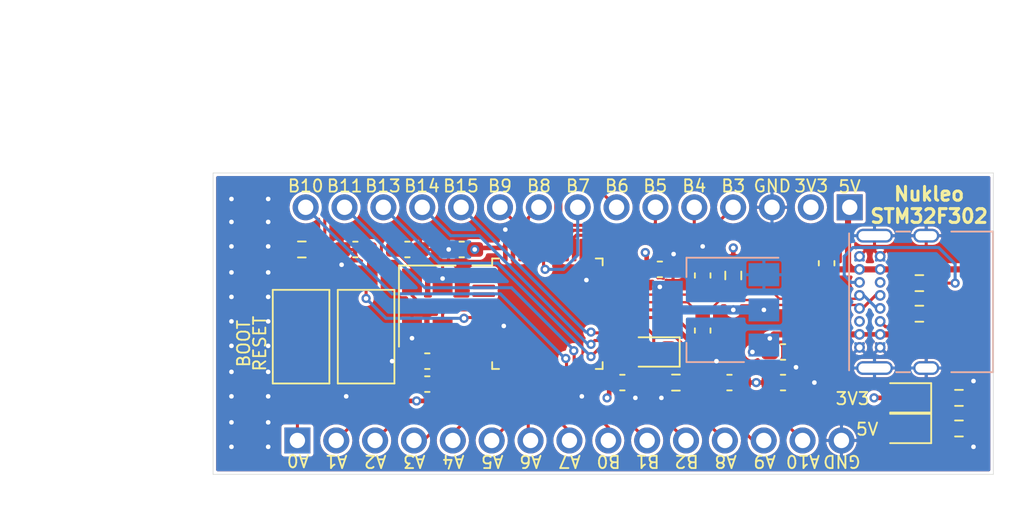
<source format=kicad_pcb>
(kicad_pcb (version 20211014) (generator pcbnew)
  (layers (0 "F.Cu" signal) (1 "In1.Cu" signal) (2 "In2.Cu" signal) (31 "B.Cu" signal) (34 "B.Paste" user) (35 "F.Paste" user) (36 "B.SilkS" user "B.Silkscreen") (37 "F.SilkS" user "F.Silkscreen") (38 "B.Mask" user) (39 "F.Mask" user) (44 "Edge.Cuts" user))
  (net 0 "")
  (net 1 "GND")
  (net 2 "Net-(C1-Pad1)")
  (net 3 "Net-(C2-Pad1)")
  (net 4 "+5V")
  (net 5 "/RST")
  (net 6 "+3V3")
  (net 7 "/USB+")
  (net 8 "/USB-")
  (net 9 "Net-(D1-Pad1)")
  (net 10 "Net-(D2-Pad1)")
  (net 11 "Net-(D3-Pad1)")
  (net 12 "Net-(D3-Pad2)")
  (net 13 "Net-(J1-PadA5)")
  (net 14 "Net-(J1-PadB5)")
  (net 15 "/PA0")
  (net 16 "/PA1")
  (net 17 "/PA2")
  (net 18 "/PA3")
  (net 19 "/PA4")
  (net 20 "/PA5")
  (net 21 "/PA6")
  (net 22 "/PA7")
  (net 23 "/PA8")
  (net 24 "/PA9")
  (net 25 "/PA10")
  (net 26 "/PA15")
  (net 27 "/SWDIO")
  (net 28 "/PB0")
  (net 29 "/PB1")
  (net 30 "/PB2")
  (net 31 "/PB3")
  (net 32 "/PB4")
  (net 33 "/PB5")
  (net 34 "/PB6")
  (net 35 "/PB7")
  (net 36 "/PB8")
  (net 37 "/PB9")
  (net 38 "/PB10")
  (net 39 "/PB11")
  (net 40 "/PB13")
  (net 41 "/PB14")
  (net 42 "/PB15")
  (net 43 "/BOOT0")
  (net 50 "/SWCLK")
  (footprint "Capacitor_SMD:C_0603_1608Metric_Pad1.08x0.95mm_HandSolder" (layer "F.Cu") (at 125.2 100.8)
    (fp_text reference "C1" hide)
    (fp_text value "18p")
  )
  (footprint "Capacitor_SMD:C_0603_1608Metric_Pad1.08x0.95mm_HandSolder" (layer "F.Cu") (at 126.5 108.1 180)
    (fp_text reference "C2" hide)
    (fp_text value "18p")
  )
  (footprint "Capacitor_SMD:C_0603_1608Metric_Pad1.08x0.95mm_HandSolder" (layer "F.Cu") (at 121.8 100.8 180)
    (fp_text reference "C4" hide)
    (fp_text value "0.1u")
  )
  (footprint "Capacitor_SMD:C_0603_1608Metric_Pad1.08x0.95mm_HandSolder" (layer "F.Cu") (at 149.75 107.5)
    (fp_text reference "C6" hide)
    (fp_text value "10u")
  )
  (footprint "Capacitor_SMD:C_0603_1608Metric_Pad1.08x0.95mm_HandSolder" (layer "F.Cu") (at 139.25 109.5)
    (fp_text reference "C7" hide)
    (fp_text value "100n")
  )
  (footprint "Capacitor_SMD:C_0603_1608Metric_Pad1.08x0.95mm_HandSolder" (layer "F.Cu") (at 149.75 109.5)
    (fp_text reference "C8" hide)
    (fp_text value "10u")
  )
  (footprint "Capacitor_SMD:C_0603_1608Metric_Pad1.08x0.95mm_HandSolder" (layer "F.Cu") (at 126.5 109.6 180)
    (fp_text reference "C9" hide)
    (fp_text value "100n")
  )
  (footprint "Capacitor_SMD:C_0603_1608Metric_Pad1.08x0.95mm_HandSolder" (layer "F.Cu") (at 141.7 102.1)
    (fp_text reference "C10" hide)
    (fp_text value "100n")
  )
  (footprint "Capacitor_SMD:C_0603_1608Metric_Pad1.08x0.95mm_HandSolder" (layer "F.Cu") (at 146.25 109.5 180)
    (fp_text reference "C11" hide)
    (fp_text value "10u")
  )
  (footprint "Capacitor_SMD:C_0603_1608Metric_Pad1.08x0.95mm_HandSolder" (layer "F.Cu") (at 128.75 100.8 180)
    (fp_text reference "C12" hide)
    (fp_text value "100n")
  )
  (footprint "Capacitor_SMD:C_0603_1608Metric_Pad1.08x0.95mm_HandSolder" (layer "F.Cu") (at 144.5 102.5 90)
    (fp_text reference "C13" hide)
    (fp_text value "47p")
  )
  (footprint "Capacitor_SMD:C_0603_1608Metric_Pad1.08x0.95mm_HandSolder" (layer "F.Cu") (at 144.5 106.1 -90)
    (fp_text reference "C14" hide)
    (fp_text value "47p")
  )
  (footprint "Capacitor_SMD:C_0603_1608Metric_Pad1.08x0.95mm_HandSolder" (layer "F.Cu") (at 152.6 101.7 90)
    (fp_text reference "C15" hide)
    (fp_text value "10u")
  )
  (footprint "LED_SMD:LED_0805_2012Metric" (layer "F.Cu") (at 157.75 110.5 180)
    (fp_text reference "D1" hide)
    (fp_text value "LED_33V")
  )
  (footprint "LED_SMD:LED_0805_2012Metric" (layer "F.Cu") (at 157.75 112.5 180)
    (fp_text reference "D2" hide)
    (fp_text value "LED_5V")
  )
  (footprint "LED_SMD:LED_0805_2012Metric" (layer "F.Cu") (at 141.3125 107.5 180)
    (fp_text reference "D3" hide)
    (fp_text value "LED_DEBUG")
  )
  (footprint "Connector_PinHeader_2.54mm:PinHeader_1x15_P2.54mm_Vertical" (layer "F.Cu") (at 118.01 113.284 90)
    (fp_text reference "J2" hide)
    (fp_text value "HEADER_PA")
  )
  (footprint "Connector_PinHeader_2.54mm:PinHeader_1x15_P2.54mm_Vertical" (layer "F.Cu") (at 154.11 98.044 -90)
    (fp_text reference "J4" hide)
    (fp_text value "HEADER_PB")
  )
  (footprint "Resistor_SMD:R_0603_1608Metric_Pad0.98x0.95mm_HandSolder" (layer "F.Cu") (at 161.25 110.5 180)
    (fp_text reference "R1" hide)
    (fp_text value "270")
  )
  (footprint "Resistor_SMD:R_0603_1608Metric_Pad0.98x0.95mm_HandSolder" (layer "F.Cu") (at 118.3 100.8)
    (fp_text reference "R2" hide)
    (fp_text value "10k")
  )
  (footprint "Resistor_SMD:R_0603_1608Metric_Pad0.98x0.95mm_HandSolder" (layer "F.Cu") (at 161.25 112.5 180)
    (fp_text reference "R3" hide)
    (fp_text value "560")
  )
  (footprint "Resistor_SMD:R_0603_1608Metric_Pad0.98x0.95mm_HandSolder" (layer "F.Cu") (at 146.5 102.5 -90)
    (fp_text reference "R4" hide)
    (fp_text value "1.5k")
  )
  (footprint "Resistor_SMD:R_0603_1608Metric_Pad0.98x0.95mm_HandSolder" (layer "F.Cu") (at 142.75 109.5)
    (fp_text reference "R8" hide)
    (fp_text value "270")
  )
  (footprint "Resistor_SMD:R_0603_1608Metric_Pad0.98x0.95mm_HandSolder" (layer "F.Cu") (at 158.6625 103 180)
    (fp_text reference "R11" hide)
    (fp_text value "5.1k")
  )
  (footprint "Resistor_SMD:R_0603_1608Metric_Pad0.98x0.95mm_HandSolder" (layer "F.Cu") (at 158.6625 105 180)
    (fp_text reference "R12" hide)
    (fp_text value "5.1k")
  )
  (footprint "Button_Switch_SMD:SW_SPST_CK_RS282G05A3" (layer "F.Cu") (at 118.25 106.5 90)
    (fp_text reference "SW1" hide)
    (fp_text value "BOOT")
  )
  (footprint "Button_Switch_SMD:SW_SPST_CK_RS282G05A3" (layer "F.Cu") (at 122.5 106.5 90)
    (fp_text reference "SW2" hide)
    (fp_text value "RST")
  )
  (footprint "Package_QFP:LQFP-48_7x7mm_P0.5mm" (layer "F.Cu") (at 134.35 105)
    (fp_text reference "U1" hide)
    (fp_text value "STM32F302C6Tx")
  )
  (footprint "Crystal:Crystal_SMD_5032-4Pin_5.0x3.2mm" (layer "F.Cu") (at 126.5 104.5 -90)
    (fp_text reference "Y1" hide)
    (fp_text value "8MHz")
  )
  (footprint "Connector_USB:USB_C_Receptacle_GCT_USB4085" (layer "B.Cu") (at 154.75 101.25 -90)
    (fp_text reference "J1" hide)
    (fp_text value "USB_C_Receptacle_USB2.0")
  )
  (footprint "Package_TO_SOT_SMD:SOT-223-3_TabPin2" (layer "B.Cu") (at 145.35 104.75 180)
    (fp_text reference "U2" hide)
    (fp_text value "NCP1117-3.3_SOT223")
  )
  (gr_line (start 163.5 95.8) (end 112.5 95.8) (layer "Edge.Cuts") (width 0.0381))
  (gr_line (start 163.5 115.5) (end 163.5 95.8) (layer "Edge.Cuts") (width 0.0381))
  (gr_line (start 112.5 95.8) (end 112.5 115.5) (layer "Edge.Cuts") (width 0.0381))
  (gr_line (start 112.5 115.5) (end 163.5 115.5) (layer "Edge.Cuts") (width 0.0381))
  (gr_text "B8" (at 133.8 96.65) (layer "F.SilkS") (effects (font (size 0.8 0.8) (thickness 0.12))))
  (gr_text "B5" (at 141.4 96.65) (layer "F.SilkS") (effects (font (size 0.8 0.8) (thickness 0.12))))
  (gr_text "5V" (at 155.25 112.55) (layer "F.SilkS") (effects (font (size 0.8 0.8) (thickness 0.12))))
  (gr_text "B11" (at 121.1 96.65) (layer "F.SilkS") (effects (font (size 0.8 0.8) (thickness 0.12))))
  (gr_text "B1" (at 140.9 114.65 180) (layer "F.SilkS") (effects (font (size 0.8 0.8) (thickness 0.12))))
  (gr_text "3V3" (at 151.6 96.65) (layer "F.SilkS") (effects (font (size 0.8 0.8) (thickness 0.12))))
  (gr_text "A7" (at 135.8 114.65 180) (layer "F.SilkS") (effects (font (size 0.8 0.8) (thickness 0.12))))
  (gr_text "B13" (at 123.6 96.65) (layer "F.SilkS") (effects (font (size 0.8 0.8) (thickness 0.12))))
  (gr_text "B10" (at 118.55 96.65) (layer "F.SilkS") (effects (font (size 0.8 0.8) (thickness 0.12))))
  (gr_text "B4" (at 143.95 96.65) (layer "F.SilkS") (effects (font (size 0.8 0.8) (thickness 0.12))))
  (gr_text "3V3" (at 154.3 110.55) (layer "F.SilkS") (effects (font (size 0.8 0.8) (thickness 0.12))))
  (gr_text "GND" (at 149.05 96.65) (layer "F.SilkS") (effects (font (size 0.8 0.8) (thickness 0.12))))
  (gr_text "B15" (at 128.7 96.65) (layer "F.SilkS") (effects (font (size 0.8 0.8) (thickness 0.12))))
  (gr_text "A8" (at 146 114.65 180) (layer "F.SilkS") (effects (font (size 0.8 0.8) (thickness 0.12))))
  (gr_text "A4" (at 128.2 114.65 180) (layer "F.SilkS") (effects (font (size 0.8 0.8) (thickness 0.12))))
  (gr_text "A3" (at 125.65 114.65 180) (layer "F.SilkS") (effects (font (size 0.8 0.8) (thickness 0.12))))
  (gr_text "A6" (at 133.25 114.65 180) (layer "F.SilkS") (effects (font (size 0.8 0.8) (thickness 0.12))))
  (gr_text "B6" (at 138.9 96.65) (layer "F.SilkS") (effects (font (size 0.8 0.8) (thickness 0.12))))
  (gr_text "RESET" (at 115.55 106.95 90) (layer "F.SilkS") (effects (font (size 0.8 0.8) (thickness 0.12))))
  (gr_text "A1" (at 120.55 114.65 180) (layer "F.SilkS") (effects (font (size 0.8 0.8) (thickness 0.12))))
  (gr_text "BOOT" (at 114.5 106.95 90) (layer "F.SilkS") (effects (font (size 0.8 0.8) (thickness 0.12))))
  (gr_text "A5" (at 130.75 114.65 180) (layer "F.SilkS") (effects (font (size 0.8 0.8) (thickness 0.12))))
  (gr_text "B2" (at 143.45 114.65 180) (layer "F.SilkS") (effects (font (size 0.8 0.8) (thickness 0.12))))
  (gr_text "Nukleo\nSTM32F302" (at 159.3 97.9) (layer "F.SilkS") (effects (font (size 0.9 0.9) (thickness 0.2))))
  (gr_text "A0" (at 118.05 114.6 180) (layer "F.SilkS") (effects (font (size 0.8 0.8) (thickness 0.12))))
  (gr_text "B0" (at 138.35 114.65 180) (layer "F.SilkS") (effects (font (size 0.8 0.8) (thickness 0.12))))
  (gr_text "B3" (at 146.5 96.65) (layer "F.SilkS") (effects (font (size 0.8 0.8) (thickness 0.12))))
  (gr_text "B7" (at 136.35 96.65) (layer "F.SilkS") (effects (font (size 0.8 0.8) (thickness 0.12))))
  (gr_text "B9" (at 131.25 96.65) (layer "F.SilkS") (effects (font (size 0.8 0.8) (thickness 0.12))))
  (gr_text "A10" (at 151.05 114.65 180) (layer "F.SilkS") (effects (font (size 0.8 0.8) (thickness 0.12))))
  (gr_text "A2" (at 123.1 114.65 180) (layer "F.SilkS") (effects (font (size 0.8 0.8) (thickness 0.12))))
  (gr_text "5V" (at 154.1 96.7) (layer "F.SilkS") (effects (font (size 0.8 0.8) (thickness 0.12))))
  (gr_text "B14" (at 126.15 96.65) (layer "F.SilkS") (effects (font (size 0.8 0.8) (thickness 0.12))))
  (gr_text "A9" (at 148.55 114.65 180) (layer "F.SilkS") (effects (font (size 0.8 0.8) (thickness 0.12))))
  (gr_text "GND" (at 153.6 114.65 180) (layer "F.SilkS") (effects (font (size 0.8 0.8) (thickness 0.12))))
  (segment (start 138.4625 102.8) (end 138.5125 102.75) (width 0.15) (layer "F.Cu") (net 1))
  (segment (start 136.9 102.8) (end 138.4625 102.8) (width 0.15) (layer "F.Cu") (net 1))
  (segment (start 131.45 105.75) (end 131.5 105.8) (width 0.15) (layer "F.Cu") (net 1))
  (segment (start 131.6 99.5) (end 132.1 100) (width 0.15) (layer "F.Cu") (net 1))
  (segment (start 155.5 100.13) (end 155.73 99.9) (width 0.3) (layer "F.Cu") (net 1))
  (segment (start 130.1875 105.75) (end 131.45 105.75) (width 0.15) (layer "F.Cu") (net 1))
  (segment (start 136.6 110.4) (end 136.6 109.1625) (width 0.15) (layer "F.Cu") (net 1))
  (segment (start 132.1 100) (end 132.1 100.8375) (width 0.15) (layer "F.Cu") (net 1))
  (via (at 116.1 97.5) (size 0.6) (drill 0.3) (layers "F.Cu" "B.Cu") (net 1))
  (via (at 131.5 105.8) (size 0.6) (drill 0.3) (layers "F.Cu" "B.Cu") (net 1))
  (via (at 124.2 108.1) (size 0.6) (drill 0.3) (layers "F.Cu" "B.Cu") (net 1))
  (via (at 162.2 109.4) (size 0.6) (drill 0.3) (layers "F.Cu" "B.Cu") (net 1))
  (via (at 127.9 100.8) (size 0.6) (drill 0.3) (layers "F.Cu" "B.Cu") (net 1))
  (via (at 116.1 102.3) (size 0.6) (drill 0.3) (layers "F.Cu" "B.Cu") (net 1))
  (via (at 113.7 108.8) (size 0.6) (drill 0.3) (layers "F.Cu" "B.Cu") (net 1))
  (via (at 136.6 110.4) (size 0.6) (drill 0.3) (layers "F.Cu" "B.Cu") (net 1))
  (via (at 131.6 99.5) (size 0.6) (drill 0.3) (layers "F.Cu" "B.Cu") (net 1))
  (via (at 116.1 103.9) (size 0.6) (drill 0.3) (layers "F.Cu" "B.Cu") (net 1))
  (via (at 141.8 110.5) (size 0.6) (drill 0.3) (layers "F.Cu" "B.Cu") (net 1))
  (via (at 120.9 101.8) (size 0.6) (drill 0.3) (layers "F.Cu" "B.Cu") (net 1))
  (via (at 113.7 99) (size 0.6) (drill 0.3) (layers "F.Cu" "B.Cu") (net 1))
  (via (at 144.5 100.6) (size 0.6) (drill 0.3) (layers "F.Cu" "B.Cu") (net 1))
  (via (at 116.1 100.6) (size 0.6) (drill 0.3) (layers "F.Cu" "B.Cu") (net 1))
  (via (at 113.7 103.9) (size 0.6) (drill 0.3) (layers "F.Cu" "B.Cu") (net 1))
  (via (at 113.7 113.7) (size 0.6) (drill 0.3) (layers "F.Cu" "B.Cu") (net 1))
  (via (at 127.5 102.7) (size 0.6) (drill 0.3) (layers "F.Cu" "B.Cu") (net 1))
  (via (at 116.1 99) (size 0.6) (drill 0.3) (layers "F.Cu" "B.Cu") (net 1))
  (via (at 151.8 109.5) (size 0.6) (drill 0.3) (layers "F.Cu" "B.Cu") (net 1))
  (via (at 121.2 110.4) (size 0.6) (drill 0.3) (layers "F.Cu" "B.Cu") (net 1))
  (via (at 113.7 110.4) (size 0.6) (drill 0.3) (layers "F.Cu" "B.Cu") (net 1))
  (via (at 116.1 110.4) (size 0.6) (drill 0.3) (layers "F.Cu" "B.Cu") (net 1))
  (via (at 113.7 100.6) (size 0.6) (drill 0.3) (layers "F.Cu" "B.Cu") (net 1))
  (via (at 116.1 108.8) (size 0.6) (drill 0.3) (layers "F.Cu" "B.Cu") (net 1))
  (via (at 136.9 102.8) (size 0.6) (drill 0.3) (layers "F.Cu" "B.Cu") (net 1))
  (via (at 162.2 113.7) (size 0.6) (drill 0.3) (layers "F.Cu" "B.Cu") (net 1))
  (via (at 116.1 107.1) (size 0.6) (drill 0.3) (layers "F.Cu" "B.Cu") (net 1))
  (via (at 113.7 107.1) (size 0.6) (drill 0.3) (layers "F.Cu" "B.Cu") (net 1))
  (via (at 150.6 108.5) (size 0.6) (drill 0.3) (layers "F.Cu" "B.Cu") (net 1))
  (via (at 113.7 105.5) (size 0.6) (drill 0.3) (layers "F.Cu" "B.Cu") (net 1))
  (via (at 125.5 106.6) (size 0.6) (drill 0.3) (layers "F.Cu" "B.Cu") (net 1))
  (via (at 140.1 110.5) (size 0.6) (drill 0.3) (layers "F.Cu" "B.Cu") (net 1))
  (via (at 116.1 112.1) (size 0.6) (drill 0.3) (layers "F.Cu" "B.Cu") (net 1))
  (via (at 142.6 101.1) (size 0.6) (drill 0.3) (layers "F.Cu" "B.Cu") (net 1))
  (via (at 116.1 113.7) (size 0.6) (drill 0.3) (layers "F.Cu" "B.Cu") (net 1))
  (via (at 113.7 102.3) (size 0.6) (drill 0.3) (layers "F.Cu" "B.Cu") (net 1))
  (via (at 116.1 105.5) (size 0.6) (drill 0.3) (layers "F.Cu" "B.Cu") (net 1))
  (via (at 145.4 108.1) (size 0.6) (drill 0.3) (layers "F.Cu" "B.Cu") (net 1))
  (via (at 113.7 112.1) (size 0.6) (drill 0.3) (layers "F.Cu" "B.Cu") (net 1))
  (via (at 113.7 97.5) (size 0.6) (drill 0.3) (layers "F.Cu" "B.Cu") (net 1))
  (segment (start 130.1875 104.25) (end 125.95 104.25) (width 0.2) (layer "F.Cu") (net 2))
  (segment (start 125.5 103.8) (end 125.5 102.85) (width 0.2) (layer "F.Cu") (net 2))
  (segment (start 125.95 104.25) (end 125.5 103.8) (width 0.2) (layer "F.Cu") (net 2))
  (segment (start 125.5 102.85) (end 125.5 101.9625) (width 0.2) (layer "F.Cu") (net 2))
  (segment (start 125.5 101.9625) (end 124.3375 100.8) (width 0.2) (layer "F.Cu") (net 2))
  (segment (start 127.5 105) (end 127.5 106.15) (width 0.2) (layer "F.Cu") (net 3))
  (segment (start 127.3625 108.1) (end 127.5 107.9625) (width 0.2) (layer "F.Cu") (net 3))
  (segment (start 127.75 104.75) (end 127.5 105) (width 0.2) (layer "F.Cu") (net 3))
  (segment (start 130.1875 104.75) (end 127.75 104.75) (width 0.2) (layer "F.Cu") (net 3))
  (segment (start 127.5 107.9625) (end 127.5 106.15) (width 0.2) (layer "F.Cu") (net 3))
  (segment (start 154.11 98.044) (end 154 98.154) (width 0.4) (layer "F.Cu") (net 4))
  (segment (start 153.0625 102.1) (end 152.6 102.5625) (width 0.4) (layer "F.Cu") (net 4))
  (segment (start 157.8 106.8) (end 158 106.6) (width 0.2) (layer "F.Cu") (net 4))
  (segment (start 153.85 102.1) (end 153.0625 102.1) (width 0.4) (layer "F.Cu") (net 4))
  (segment (start 157.85 106.35) (end 158.25 106.75) (width 0.4) (layer "F.Cu") (net 4))
  (segment (start 154 98.154) (end 154 101.876511) (width 0.4) (layer "F.Cu") (net 4))
  (segment (start 149.15 106.35) (end 148.8875 106.6125) (width 0.4) (layer "F.Cu") (net 4))
  (segment (start 157.75 106.35) (end 157.45 106.35) (width 0.2) (layer "F.Cu") (net 4))
  (segment (start 154.75 106.35) (end 149.15 106.35) (width 0.4) (layer "F.Cu") (net 4))
  (segment (start 154.296978 102.1) (end 154.75 102.1) (width 0.4) (layer "F.Cu") (net 4))
  (segment (start 154 101.876511) (end 154.073489 101.876511) (width 0.4) (layer "F.Cu") (net 4))
  (segment (start 154.073489 101.876511) (end 153.85 102.1) (width 0.4) (layer "F.Cu") (net 4))
  (segment (start 161.75 102.25) (end 161.6 102.1) (width 0.4) (layer "F.Cu") (net 4))
  (segment (start 157.8 112.1) (end 157.8 106.8) (width 0.2) (layer "F.Cu") (net 4))
  (segment (start 161.75 105.5) (end 161.75 102.25) (width 0.4) (layer "F.Cu") (net 4))
  (segment (start 160.5 106.75) (end 161.75 105.5) (width 0.4) (layer "F.Cu") (net 4))
  (segment (start 148.8875 107.5) (end 147.75 107.5) (width 0.4) (layer "F.Cu") (net 4))
  (segment (start 156.1 102.1) (end 154.75 102.1) (width 0.4) (layer "F.Cu") (net 4))
  (segment (start 154.75 102.1) (end 153.85 102.1) (width 0.4) (layer "F.Cu") (net 4))
  (segment (start 158 106.6) (end 157.75 106.35) (width 0.2) (layer "F.Cu") (net 4))
  (segment (start 156.1 106.35) (end 157.45 106.35) (width 0.4) (layer "F.Cu") (net 4))
  (segment (start 157.4 112.5) (end 157.8 112.1) (width 0.2) (layer "F.Cu") (net 4))
  (segment (start 161.6 102.1) (end 156.1 102.1) (width 0.4) (layer "F.Cu") (net 4))
  (segment (start 157.45 106.35) (end 157.85 106.35) (width 0.4) (layer "F.Cu") (net 4))
  (segment (start 158.25 106.75) (end 160.5 106.75) (width 0.4) (layer "F.Cu") (net 4))
  (segment (start 156.1 106.35) (end 154.75 106.35) (width 0.3) (layer "F.Cu") (net 4))
  (segment (start 156.8125 112.5) (end 157.4 112.5) (width 0.2) (layer "F.Cu") (net 4))
  (segment (start 148.8875 106.6125) (end 148.8875 107.5) (width 0.4) (layer "F.Cu") (net 4))
  (segment (start 154.073489 101.876511) (end 154.296978 102.1) (width 0.4) (layer "F.Cu") (net 4))
  (via (at 148.8875 106.6125) (size 0.6) (drill 0.3) (layers "F.Cu" "B.Cu") (net 4))
  (via (at 147.75 107.5) (size 0.6) (drill 0.3) (layers "F.Cu" "B.Cu") (net 4))
  (segment (start 122.5 104) (end 122.5 102.6) (width 0.2) (layer "F.Cu") (net 5))
  (segment (start 128.95 105.25) (end 128.9 105.3) (width 0.2) (layer "F.Cu") (net 5))
  (segment (start 122.6625 102.4375) (end 122.5 102.6) (width 0.2) (layer "F.Cu") (net 5))
  (segment (start 122.6625 100.8) (end 122.6625 102.4375) (width 0.2) (layer "F.Cu") (net 5))
  (segment (start 130.1875 105.25) (end 128.95 105.25) (width 0.2) (layer "F.Cu") (net 5))
  (via (at 122.5 104) (size 0.6) (drill 0.3) (layers "F.Cu" "B.Cu") (net 5))
  (via (at 128.9 105.3) (size 0.6) (drill 0.3) (layers "F.Cu" "B.Cu") (net 5))
  (segment (start 128.9 105.3) (end 123.8 105.3) (width 0.2) (layer "B.Cu") (net 5))
  (segment (start 123.8 105.3) (end 122.5 104) (width 0.2) (layer "B.Cu") (net 5))
  (segment (start 126.3 110.7) (end 127.3625 109.6375) (width 0.3) (layer "F.Cu") (net 6))
  (segment (start 140.7375 102.2) (end 140.8375 102.1) (width 0.3) (layer "F.Cu") (net 6))
  (segment (start 137.1 109.1625) (end 138.05 109.1625) (width 0.3) (layer "F.Cu") (net 6))
  (segment (start 118.25 110.4) (end 118.25 109.35) (width 0.3) (layer "F.Cu") (net 6))
  (segment (start 138.3875 109.5) (end 138.3875 110.3625) (width 0.3) (layer "F.Cu") (net 6))
  (segment (start 140.8375 102.1) (end 140.8375 101.0875) (width 0.3) (layer "F.Cu") (net 6))
  (segment (start 129.6 100.5) (end 129.8 100.7) (width 0.3) (layer "F.Cu") (net 6))
  (segment (start 128.426511 108.535989) (end 128.426511 106.473489) (width 0.3) (layer "F.Cu") (net 6))
  (segment (start 128.426511 106.473489) (end 128.65 106.25) (width 0.3) (layer "F.Cu") (net 6))
  (segment (start 147.1125 109.5) (end 148.8875 109.5) (width 0.3) (layer "F.Cu") (net 6))
  (segment (start 138.3875 110.3625) (end 138.25 110.5) (width 0.3) (layer "F.Cu") (net 6))
  (segment (start 127.3625 109.6) (end 128.426511 108.535989) (width 0.3) (layer "F.Cu") (net 6))
  (segment (start 156.8125 110.5) (end 155.7 110.5) (width 0.3) (layer "F.Cu") (net 6))
  (segment (start 118.6 109) (end 123.5 109) (width 0.3) (layer "F.Cu") (net 6))
  (segment (start 125.2 110.7) (end 125.8 110.7) (width 0.3) (layer "F.Cu") (net 6))
  (segment (start 138.05 109.1625) (end 138.3875 109.5) (width 0.3) (layer "F.Cu") (net 6))
  (segment (start 129.6125 100.5) (end 129.6 100.5) (width 0.3) (layer "F.Cu") (net 6))
  (segment (start 127.3625 109.6375) (end 127.3625 109.6) (width 0.3) (layer "F.Cu") (net 6))
  (segment (start 128.65 106.25) (end 130.1875 106.25) (width 0.3) (layer "F.Cu") (net 6))
  (segment (start 129.6125 100.8) (end 129.7125 100.7) (width 0.3) (layer "F.Cu") (net 6))
  (segment (start 118.25 109.35) (end 118.6 109) (width 0.3) (layer "F.Cu") (net 6))
  (segment (start 129.7125 100.7) (end 131.5875 100.7) (width 0.3) (layer "F.Cu") (net 6))
  (segment (start 125.8 110.7) (end 126.3 110.7) (width 0.3) (layer "F.Cu") (net 6))
  (segment (start 123.5 109) (end 125.2 110.7) (width 0.3) (layer "F.Cu") (net 6))
  (segment (start 140.8375 101.0875) (end 140.75 101) (width 0.3) (layer "F.Cu") (net 6))
  (segment (start 146.5 101.5875) (end 146.5 100.7) (width 0.3) (layer "F.Cu") (net 6))
  (segment (start 138.5625 102.2) (end 140.7375 102.2) (width 0.3) (layer "F.Cu") (net 6))
  (via (at 146.5 100.7) (size 0.6) (drill 0.3) (layers "F.Cu" "B.Cu") (net 6))
  (via (at 125.8 110.7) (size 0.6) (drill 0.3) (layers "F.Cu" "B.Cu") (net 6))
  (via (at 148 109.5) (size 0.6) (drill 0.3) (layers "F.Cu" "B.Cu") (net 6))
  (via (at 129.6 100.8) (size 0.6) (drill 0.3) (layers "F.Cu" "B.Cu") (net 6))
  (via (at 146.5 104.75) (size 0.6) (drill 0.3) (layers "F.Cu" "B.Cu") (net 6))
  (via (at 138.25 110.5) (size 0.6) (drill 0.3) (layers "F.Cu" "B.Cu") (net 6))
  (via (at 140.75 101) (size 0.6) (drill 0.3) (layers "F.Cu" "B.Cu") (net 6))
  (via (at 148.5 104.75) (size 0.6) (drill 0.3) (layers "F.Cu" "B.Cu") (net 6))
  (via (at 155.7 110.5) (size 0.6) (drill 0.3) (layers "F.Cu" "B.Cu") (net 6))
  (via (at 141.698499 103.2485) (size 0.6) (drill 0.3) (layers "F.Cu" "B.Cu") (net 6))
  (segment (start 146.5 104.75) (end 148.5 104.75) (width 0.6) (layer "B.Cu") (net 6))
  (segment (start 146.5 104.75) (end 142.661049 104.75) (width 0.6) (layer "B.Cu") (net 6))
  (segment (start 147.6 103.6968) (end 146.7843 103.6968) (width 0.15) (layer "F.Cu") (net 7))
  (segment (start 149.18417 103.6968) (end 147.6 103.6968) (width 0.1524) (layer "F.Cu") (net 7))
  (segment (start 154.75 103.8) (end 154.528201 104.021799) (width 0.1524) (layer "F.Cu") (net 7))
  (segment (start 144.5 103.3625) (end 143.9375 103.3625) (width 0.15) (layer "F.Cu") (net 7))
  (segment (start 154.528201 104.021799) (end 149.509169 104.021799) (width 0.1524) (layer "F.Cu") (net 7))
  (segment (start 143.9375 103.3625) (end 143.55 103.75) (width 0.15) (layer "F.Cu") (net 7))
  (segment (start 144.5 103.3625) (end 146.45 103.3625) (width 0.15) (layer "F.Cu") (net 7))
  (segment (start 149.509169 104.021799) (end 149.18417 103.6968) (width 0.1524) (layer "F.Cu") (net 7))
  (segment (start 146.45 103.3625) (end 146.5 103.4125) (width 0.15) (layer "F.Cu") (net 7))
  (segment (start 146.7843 103.6968) (end 146.5 103.4125) (width 0.15) (layer "F.Cu") (net 7))
  (segment (start 143.55 103.75) (end 138.5125 103.75) (width 0.15) (layer "F.Cu") (net 7))
  (segment (start 155.025 103.8) (end 155.875 104.65) (width 0.2) (layer "B.Cu") (net 7))
  (segment (start 154.75 103.8) (end 155.025 103.8) (width 0.2) (layer "B.Cu") (net 7))
  (segment (start 155.875 104.65) (end 156.1 104.65) (width 0.2) (layer "B.Cu") (net 7))
  (segment (start 154.95 104.65) (end 154.75 104.65) (width 0.2) (layer "F.Cu") (net 8))
  (segment (start 143.5125 104.25) (end 144.5 105.2375) (width 0.15) (layer "F.Cu") (net 8))
  (segment (start 155.8 103.8) (end 154.95 104.65) (width 0.2) (layer "F.Cu") (net 8))
  (segment (start 147.6 104.1032) (end 145.6343 104.1032) (width 0.15) (layer "F.Cu") (net 8))
  (segment (start 138.5125 104.25) (end 143.5125 104.25) (width 0.15) (layer "F.Cu") (net 8))
  (segment (start 145.6343 104.1032) (end 144.5 105.2375) (width 0.15) (layer "F.Cu") (net 8))
  (segment (start 156.1 103.8) (end 155.8 103.8) (width 0.2) (layer "F.Cu") (net 8))
  (segment (start 154.528201 104.428201) (end 149.340831 104.428201) (width 0.1524) (layer "F.Cu") (net 8))
  (segment (start 149.340831 104.428201) (end 149.01583 104.1032) (width 0.1524) (layer "F.Cu") (net 8))
  (segment (start 149.01583 104.1032) (end 147.6 104.1032) (width 0.1524) (layer "F.Cu") (net 8))
  (segment (start 154.75 104.65) (end 154.528201 104.428201) (width 0.1524) (layer "F.Cu") (net 8))
  (segment (start 158.6875 110.5) (end 160.3375 110.5) (width 0.3) (layer "F.Cu") (net 9))
  (segment (start 158.6875 112.5) (end 160.3375 112.5) (width 0.3) (layer "F.Cu") (net 10))
  (segment (start 143.6625 109.5) (end 143.6625 108.2625) (width 0.2) (layer "F.Cu") (net 11))
  (segment (start 143.6625 108.2625) (end 142.9 107.5) (width 0.2) (layer "F.Cu") (net 11))
  (segment (start 142.9 107.5) (end 142.25 107.5) (width 0.2) (layer "F.Cu") (net 11))
  (segment (start 138.5125 107.75) (end 140.125 107.75) (width 0.2) (layer "F.Cu") (net 12))
  (segment (start 140.125 107.75) (end 140.375 107.5) (width 0.2) (layer "F.Cu") (net 12))
  (segment (start 161 103) (end 159.575 103) (width 0.2) (layer "F.Cu") (net 13))
  (via (at 161 103) (size 0.6) (drill 0.3) (layers "F.Cu" "B.Cu") (net 13))
  (segment (start 153.75 102.5) (end 154.2 102.95) (width 0.2) (layer "B.Cu") (net 13))
  (segment (start 161 101.75) (end 161 103) (width 0.2) (layer "B.Cu") (net 13))
  (segment (start 153.75 101.25) (end 153.75 102.5) (width 0.2) (layer "B.Cu") (net 13))
  (segment (start 154.326511 100.673489) (end 159.923489 100.673489) (width 0.2) (layer "B.Cu") (net 13))
  (segment (start 159.923489 100.673489) (end 161 101.75) (width 0.2) (layer "B.Cu") (net 13))
  (segment (start 153.75 101.25) (end 154.326511 100.673489) (width 0.2) (layer "B.Cu") (net 13))
  (segment (start 154.2 102.95) (end 154.75 102.95) (width 0.2) (layer "B.Cu") (net 13))
  (segment (start 156.449999 105.849999) (end 159.400001 105.849999) (width 0.2) (layer "F.Cu") (net 14))
  (segment (start 159.400001 105.849999) (end 159.575 105.675) (width 0.2) (layer "F.Cu") (net 14))
  (segment (start 159.575 105.675) (end 159.575 105) (width 0.2) (layer "F.Cu") (net 14))
  (segment (start 156.1 105.5) (end 156.449999 105.849999) (width 0.2) (layer "F.Cu") (net 14))
  (segment (start 128.803022 109.353201) (end 126.782734 111.373489) (width 0.2) (layer "F.Cu") (net 15))
  (segment (start 126.782734 111.373489) (end 123.479533 111.373489) (width 0.2) (layer "F.Cu") (net 15))
  (segment (start 123.479533 111.373489) (end 123.476511 111.376511) (width 0.2) (layer "F.Cu") (net 15))
  (segment (start 128.803022 106.996978) (end 128.803022 109.353201) (width 0.2) (layer "F.Cu") (net 15))
  (segment (start 123.476511 111.376511) (end 118.523489 111.376511) (width 0.2) (layer "F.Cu") (net 15))
  (segment (start 118.01 111.89) (end 118.01 113.284) (width 0.2) (layer "F.Cu") (net 15))
  (segment (start 118.523489 111.376511) (end 118.01 111.89) (width 0.2) (layer "F.Cu") (net 15))
  (segment (start 129.05 106.75) (end 128.803022 106.996978) (width 0.2) (layer "F.Cu") (net 15))
  (segment (start 130.1875 106.75) (end 129.05 106.75) (width 0.2) (layer "F.Cu") (net 15))
  (segment (start 126.914957 111.703022) (end 122.130978 111.703022) (width 0.2) (layer "F.Cu") (net 16))
  (segment (start 129.336793 107.25) (end 129.2 107.386793) (width 0.2) (layer "F.Cu") (net 16))
  (segment (start 122.130978 111.703022) (end 120.55 113.284) (width 0.2) (layer "F.Cu") (net 16))
  (segment (start 129.2 107.386793) (end 129.2 109.417979) (width 0.2) (layer "F.Cu") (net 16))
  (segment (start 130.1875 107.25) (end 129.336793 107.25) (width 0.2) (layer "F.Cu") (net 16))
  (segment (start 129.2 109.417979) (end 126.914957 111.703022) (width 0.2) (layer "F.Cu") (net 16))
  (segment (start 127.050202 112.029533) (end 124.344467 112.029533) (width 0.2) (layer "F.Cu") (net 17))
  (segment (start 130.1875 108.892235) (end 127.050202 112.029533) (width 0.2) (layer "F.Cu") (net 17))
  (segment (start 130.1875 107.75) (end 130.1875 108.892235) (width 0.2) (layer "F.Cu") (net 17))
  (segment (start 124.344467 112.029533) (end 123.09 113.284) (width 0.2) (layer "F.Cu") (net 17))
  (segment (start 130.378991 109.1625) (end 126.257491 113.284) (width 0.2) (layer "F.Cu") (net 18))
  (segment (start 126.257491 113.284) (end 125.63 113.284) (width 0.2) (layer "F.Cu") (net 18))
  (segment (start 131.6 109.1625) (end 130.378991 109.1625) (width 0.2) (layer "F.Cu") (net 18))
  (segment (start 130.1 112.1) (end 132.1 110.1) (width 0.2) (layer "F.Cu") (net 19))
  (segment (start 128.17 112.83) (end 128.17 113.284) (width 0.2) (layer "F.Cu") (net 19))
  (segment (start 128.9 112.1) (end 130.1 112.1) (width 0.2) (layer "F.Cu") (net 19))
  (segment (start 132.1 110.1) (end 132.1 109.1625) (width 0.2) (layer "F.Cu") (net 19))
  (segment (start 128.9 112.1) (end 128.17 112.83) (width 0.2) (layer "F.Cu") (net 19))
  (segment (start 132.6 109.1625) (end 132.6 111.394) (width 0.2) (layer "F.Cu") (net 20))
  (segment (start 132.6 111.394) (end 130.71 113.284) (width 0.2) (layer "F.Cu") (net 20))
  (segment (start 133.1 113.134) (end 133.25 113.284) (width 0.2) (layer "F.Cu") (net 21))
  (segment (start 133.1 109.1625) (end 133.1 113.134) (width 0.2) (layer "F.Cu") (net 21))
  (segment (start 135.79 112.69) (end 135.79 113.284) (width 0.2) (layer "F.Cu") (net 22))
  (segment (start 133.6 109.1625) (end 133.6 110.5) (width 0.2) (layer "F.Cu") (net 22))
  (segment (start 133.6 110.5) (end 135.79 112.69) (width 0.2) (layer "F.Cu") (net 22))
  (segment (start 141.7 108.6) (end 142.5 108.6) (width 0.2) (layer "F.Cu") (net 23))
  (segment (start 141.3 106.4) (end 141.3 108.2) (width 0.2) (layer "F.Cu") (net 23))
  (segment (start 140.65 105.75) (end 141.3 106.4) (width 0.2) (layer "F.Cu") (net 23))
  (segment (start 141.3 108.2) (end 141.7 108.6) (width 0.2) (layer "F.Cu") (net 23))
  (segment (start 142.75 108.85) (end 142.75 110.084) (width 0.2) (layer "F.Cu") (net 23))
  (segment (start 142.75 110.084) (end 145.95 113.284) (width 0.2) (layer "F.Cu") (net 23))
  (segment (start 142.5 108.6) (end 142.75 108.85) (width 0.2) (layer "F.Cu") (net 23))
  (segment (start 138.5125 105.75) (end 140.65 105.75) (width 0.2) (layer "F.Cu") (net 23))
  (segment (start 144.5 110) (end 144.5 108.3) (width 0.2) (layer "F.Cu") (net 24))
  (segment (start 148.49 113.284) (end 147.784 113.284) (width 0.2) (layer "F.Cu") (net 24))
  (segment (start 147.784 113.284) (end 144.5 110) (width 0.2) (layer "F.Cu") (net 24))
  (segment (start 141.45 105.25) (end 138.5125 105.25) (width 0.2) (layer "F.Cu") (net 24))
  (segment (start 144.5 108.3) (end 141.45 105.25) (width 0.2) (layer "F.Cu") (net 24))
  (segment (start 145.6 106.1) (end 143.6 106.1) (width 0.2) (layer "F.Cu") (net 25))
  (segment (start 143.6 106.1) (end 142.25 104.75) (width 0.2) (layer "F.Cu") (net 25))
  (segment (start 151.03 113.284) (end 148.446 110.7) (width 0.2) (layer "F.Cu") (net 25))
  (segment (start 148.446 110.7) (end 146.9 110.7) (width 0.2) (layer "F.Cu") (net 25))
  (segment (start 146.9 110.7) (end 146.25 110.05) (width 0.2) (layer "F.Cu") (net 25))
  (segment (start 146.25 110.05) (end 146.25 106.75) (width 0.2) (layer "F.Cu") (net 25))
  (segment (start 142.25 104.75) (end 138.5125 104.75) (width 0.2) (layer "F.Cu") (net 25))
  (segment (start 146.25 106.75) (end 145.6 106.1) (width 0.2) (layer "F.Cu") (net 25))
  (segment (start 135.6 112) (end 137.9 112) (width 0.2) (layer "F.Cu") (net 28))
  (segment (start 134.1 110.5) (end 135.6 112) (width 0.2) (layer "F.Cu") (net 28))
  (segment (start 134.1 109.1625) (end 134.1 110.5) (width 0.2) (layer "F.Cu") (net 28))
  (segment (start 137.9 112) (end 138.33 112.43) (width 0.2) (layer "F.Cu") (net 28))
  (segment (start 138.33 112.43) (end 138.33 113.284) (width 0.2) (layer "F.Cu") (net 28))
  (segment (start 134.6 110.4) (end 134.6 109.1625) (width 0.2) (layer "F.Cu") (net 29))
  (segment (start 140.87 113.284) (end 139.086 111.5) (width 0.2) (layer "F.Cu") (net 29))
  (segment (start 135.7 111.5) (end 134.6 110.4) (width 0.2) (layer "F.Cu") (net 29))
  (segment (start 139.086 111.5) (end 135.7 111.5) (width 0.2) (layer "F.Cu") (net 29))
  (segment (start 135.1 110.313207) (end 135.886793 111.1) (width 0.2) (layer "F.Cu") (net 30))
  (segment (start 135.1 109.1625) (end 135.1 110.313207) (width 0.2) (layer "F.Cu") (net 30))
  (segment (start 141.226 111.1) (end 143.41 113.284) (width 0.2) (layer "F.Cu") (net 30))
  (segment (start 135.886793 111.1) (end 141.226 111.1) (width 0.2) (layer "F.Cu") (net 30))
  (segment (start 144.66052 99.87348) (end 146.49 98.044) (width 0.2) (layer "F.Cu") (net 31))
  (segment (start 136.1 100) (end 136.22652 99.87348) (width 0.2) (layer "F.Cu") (net 31))
  (segment (start 136.1 100.8375) (end 136.1 100) (width 0.2) (layer "F.Cu") (net 31))
  (segment (start 136.22652 99.87348) (end 144.66052 99.87348) (width 0.2) (layer "F.Cu") (net 31))
  (segment (start 136.053031 99.546969) (end 143.653031 99.546969) (width 0.2) (layer "F.Cu") (net 32))
  (segment (start 143.653031 99.546969) (end 143.95 99.25) (width 0.2) (layer "F.Cu") (net 32))
  (segment (start 135.6 100.8375) (end 135.6 100) (width 0.2) (layer "F.Cu") (net 32))
  (segment (start 143.95 99.25) (end 143.95 98.044) (width 0.2) (layer "F.Cu") (net 32))
  (segment (start 135.6 100) (end 136.053031 99.546969) (width 0.2) (layer "F.Cu") (net 32))
  (segment (start 141.279542 99.220458) (end 135.679542 99.220458) (width 0.2) (layer "F.Cu") (net 33))
  (segment (start 135.679542 99.220458) (end 135.1 99.8) (width 0.2) (layer "F.Cu") (net 33))
  (segment (start 141.41 98.044) (end 141.41 99.09) (width 0.2) (layer "F.Cu") (net 33))
  (segment (start 141.41 99.09) (end 141.279542 99.220458) (width 0.2) (layer "F.Cu") (net 33))
  (segment (start 135.1 99.8) (end 135.1 100.8375) (width 0.2) (layer "F.Cu") (net 33))
  (segment (start 134.6 99.7) (end 135.226511 99.073489) (width 0.2) (layer "F.Cu") (net 34))
  (segment (start 135.226511 99.073489) (end 135.226511 97.373489) (width 0.2) (layer "F.Cu") (net 34))
  (segment (start 137.626 96.8) (end 138.87 98.044) (width 0.2) (layer "F.Cu") (net 34))
  (segment (start 135.226511 97.373489) (end 135.8 96.8) (width 0.2) (layer "F.Cu") (net 34))
  (segment (start 134.6 100.8375) (end 134.6 99.7) (width 0.2) (layer "F.Cu") (net 34))
  (segment (start 135.8 96.8) (end 137.626 96.8) (width 0.2) (layer "F.Cu") (net 34))
  (segment (start 134.1 102) (end 134.2 102.1) (width 0.2) (layer "F.Cu") (net 35))
  (segment (start 134.1 100.8375) (end 134.1 102) (width 0.2) (layer "F.Cu") (net 35))
  (via (at 134.2 102.1) (size 0.6) (drill 0.3) (layers "F.Cu" "B.Cu") (net 35))
  (segment (start 136.33 101.17) (end 136.33 98.044) (width 0.2) (layer "B.Cu") (net 35))
  (segment (start 135.4 102.1) (end 136.33 101.17) (width 0.2) (layer "B.Cu") (net 35))
  (segment (start 134.2 102.1) (end 135.4 102.1) (width 0.2) (layer "B.Cu") (net 35))
  (segment (start 133.1 100.8375) (end 133.1 98.734) (width 0.2) (layer "F.Cu") (net 36))
  (segment (start 133.1 98.734) (end 133.79 98.044) (width 0.2) (layer "F.Cu") (net 36))
  (segment (start 132.6 100.8375) (end 132.6 99.394) (width 0.2) (layer "F.Cu") (net 37))
  (segment (start 132.6 99.394) (end 131.25 98.044) (width 0.2) (layer "F.Cu") (net 37))
  (segment (start 135.6 109.1625) (end 135.6 107.971776) (width 0.2) (layer "F.Cu") (net 38))
  (segment (start 135.6 107.971776) (end 135.550378 107.922154) (width 0.2) (layer "F.Cu") (net 38))
  (via (at 135.550378 107.922154) (size 0.6) (drill 0.3) (layers "F.Cu" "B.Cu") (net 38))
  (segment (start 124.206 103.7) (end 131.2735 103.7) (width 0.2) (layer "B.Cu") (net 38))
  (segment (start 118.55 98.044) (end 124.206 103.7) (width 0.2) (layer "B.Cu") (net 38))
  (segment (start 135.495654 107.922154) (end 135.550378 107.922154) (width 0.2) (layer "B.Cu") (net 38))
  (segment (start 131.2735 103.7) (end 135.495654 107.922154) (width 0.2) (layer "B.Cu") (net 38))
  (segment (start 136.1 109.1625) (end 136.1 107.444584) (width 0.2) (layer "F.Cu") (net 39))
  (segment (start 136.1 107.444584) (end 136.075023 107.419607) (width 0.2) (layer "F.Cu") (net 39))
  (via (at 136.075023 107.419607) (size 0.6) (drill 0.3) (layers "F.Cu" "B.Cu") (net 39))
  (segment (start 136.075023 107.374435) (end 136.075023 107.419607) (width 0.2) (layer "B.Cu") (net 39))
  (segment (start 121.09 98.044) (end 126.346 103.3) (width 0.2) (layer "B.Cu") (net 39))
  (segment (start 126.346 103.3) (end 132.000588 103.3) (width 0.2) (layer "B.Cu") (net 39))
  (segment (start 132.000588 103.3) (end 136.075023 107.374435) (width 0.2) (layer "B.Cu") (net 39))
  (segment (start 138.5125 107.25) (end 137.75 107.25) (width 0.2) (layer "F.Cu") (net 40))
  (segment (start 137.75 107.25) (end 137.2 107.8) (width 0.2) (layer "F.Cu") (net 40))
  (via (at 137.2 107.8) (size 0.6) (drill 0.3) (layers "F.Cu" "B.Cu") (net 40))
  (segment (start 127.286 101.7) (end 123.63 98.044) (width 0.2) (layer "B.Cu") (net 40))
  (segment (start 131.1 101.7) (end 127.286 101.7) (width 0.2) (layer "B.Cu") (net 40))
  (segment (start 137.2 107.8) (end 131.1 101.7) (width 0.2) (layer "B.Cu") (net 40))
  (segment (start 137.45 106.75) (end 138.5125 106.75) (width 0.2) (layer "F.Cu") (net 41))
  (segment (start 137.2 107) (end 137.45 106.75) (width 0.2) (layer "F.Cu") (net 41))
  (via (at 137.2 107) (size 0.6) (drill 0.3) (layers "F.Cu" "B.Cu") (net 41))
  (segment (start 137 107) (end 137.2 107) (width 0.2) (layer "B.Cu") (net 41))
  (segment (start 129.9 99.9) (end 137 107) (width 0.2) (layer "B.Cu") (net 41))
  (segment (start 128.026 99.9) (end 129.9 99.9) (width 0.2) (layer "B.Cu") (net 41))
  (segment (start 126.17 98.044) (end 128.026 99.9) (width 0.2) (layer "B.Cu") (net 41))
  (segment (start 137.45 106.25) (end 137.25 106.25) (width 0.2) (layer "F.Cu") (net 42))
  (segment (start 138.5125 106.25) (end 137.45 106.25) (width 0.2) (layer "F.Cu") (net 42))
  (segment (start 137.25 106.25) (end 137.2 106.2) (width 0.2) (layer "F.Cu") (net 42))
  (via (at 137.2 106.2) (size 0.6) (drill 0.3) (layers "F.Cu" "B.Cu") (net 42))
  (segment (start 137.2 106.2) (end 136.866 106.2) (width 0.2) (layer "B.Cu") (net 42))
  (segment (start 136.866 106.2) (end 128.71 98.044) (width 0.2) (layer "B.Cu") (net 42))
  (segment (start 134.3 96.7) (end 120.6 96.7) (width 0.2) (layer "F.Cu") (net 43))
  (segment (start 134.9 97.3) (end 134.3 96.7) (width 0.2) (layer "F.Cu") (net 43))
  (segment (start 133.6 100.8375) (end 133.6 100) (width 0.2) (layer "F.Cu") (net 43))
  (segment (start 119.8 97.5) (end 119.8 100.2125) (width 0.2) (layer "F.Cu") (net 43))
  (segment (start 119.8 100.2125) (end 119.2125 100.8) (width 0.2) (layer "F.Cu") (net 43))
  (segment (start 119.2125 101.6375) (end 118.25 102.6) (width 0.2) (layer "F.Cu") (net 43))
  (segment (start 134.9 98.7) (end 134.9 97.3) (width 0.2) (layer "F.Cu") (net 43))
  (segment (start 119.2125 100.8) (end 119.2125 101.6375) (width 0.2) (layer "F.Cu") (net 43))
  (segment (start 133.6 100) (end 134.9 98.7) (width 0.2) (layer "F.Cu") (net 43))
  (segment (start 120.6 96.7) (end 119.8 97.5) (width 0.2) (layer "F.Cu") (net 43))
  (zone (net 1) (net_name "GND") (layers "F.Cu" "In2.Cu" "B.Cu") (connect_pads (clearance 0.2)) (min_thickness 0.2) (fill yes (thermal_gap 0.15) (thermal_bridge_width 0.2))
    (polygon (pts (xy 164 115.75) (xy 112 115.75) (xy 112 93.1) (xy 164 93.1)))
  )
)
</source>
